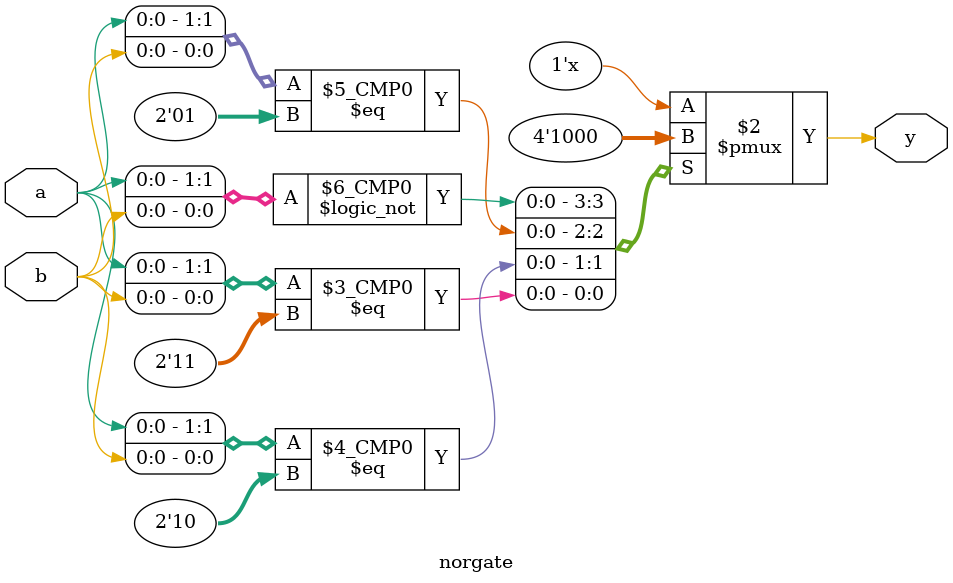
<source format=v>
module norgate(a,b,y);
  
  input a,b;
  output reg y;
  
  always @ (a,b)
    begin
      case({a,b})
        2'b00: y=1;
        2'b01: y=0;
        2'b10: y=0;
        2'b11: y=0;        
      endcase
    end
  
  
endmodule

</source>
